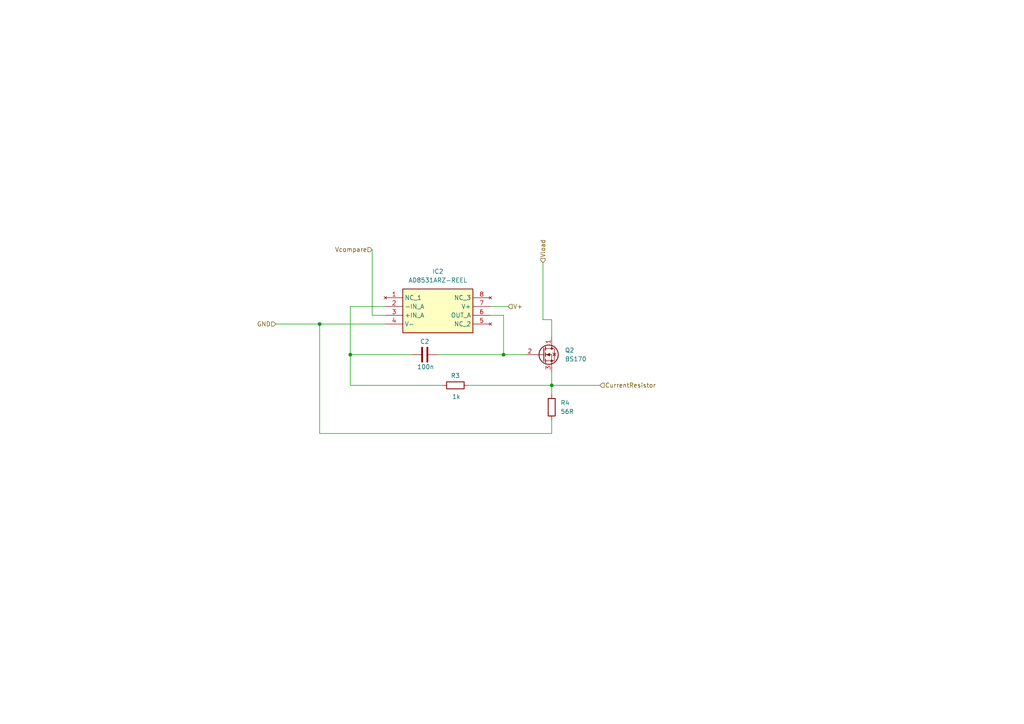
<source format=kicad_sch>
(kicad_sch (version 20250114) (generator "eeschema") (generator_version "9.0")
  (paper "A4")
  (lib_symbols
    (symbol "AD8531ARZ-REEL:AD8531ARZ-REEL"
      (property "Reference" "IC" (at 26.67 7.62 0))
      (property "Value" "AD8531ARZ-REEL" (at 26.67 5.08 0))
      (symbol "AD8531ARZ-REEL_1_1"
        (rectangle (start 5.08 2.54) (end 25.4 -10.16) (stroke (width 0.254)) (fill (type background)))
        (pin no_connect line (at 0 0 0) (length 5.08) (name "NC_1") (number "1"))
        (pin input line (at 0 -2.54 0) (length 5.08) (name "-IN_A") (number "2"))
        (pin input line (at 0 -5.08 0) (length 5.08) (name "+IN_A") (number "3"))
        (pin power_in line (at 0 -7.62 0) (length 5.08) (name "V-") (number "4"))
        (pin no_connect line (at 30.48 0 180) (length 5.08) (name "NC_3") (number "8"))
        (pin power_in line (at 30.48 -2.54 180) (length 5.08) (name "V+") (number "7"))
        (pin output line (at 30.48 -5.08 180) (length 5.08) (name "OUT_A") (number "6"))
        (pin no_connect line (at 30.48 -7.62 180) (length 5.08) (name "NC_2") (number "5"))
      )
    )
    (symbol "Device:C" (pin_numbers (hide yes)) (pin_names (offset 0.254))
      (property "Reference" "C" (at 0.635 2.54 0))
      (property "Value" "C" (at 0.635 -2.54 0))
      (symbol "C_0_1"
        (polyline (pts (xy -2.032 0.762) (xy 2.032 0.762)) (stroke (width 0.508)))
        (polyline (pts (xy -2.032 -0.762) (xy 2.032 -0.762)) (stroke (width 0.508)))
      )
      (symbol "C_1_1"
        (pin passive line (at 0 3.81 270) (length 2.794) (name "~") (number "1"))
        (pin passive line (at 0 -3.81 90) (length 2.794) (name "~") (number "2"))
      )
    )
    (symbol "Device:R" (pin_numbers (hide yes)) (pin_names (offset 0))
      (property "Reference" "R" (at 2.032 0 90))
      (property "Value" "R" (at 0 0 90))
      (symbol "R_0_1"
        (rectangle (start -1.016 -2.54) (end 1.016 2.54) (stroke (width 0.254)))
      )
      (symbol "R_1_1"
        (pin passive line (at 0 3.81 270) (length 1.27) (name "~") (number "1"))
        (pin passive line (at 0 -3.81 90) (length 1.27) (name "~") (number "2"))
      )
    )
    (symbol "Transistor_FET:BS170" (pin_names (hide yes))
      (property "Reference" "Q" (at 5.08 1.905 0))
      (property "Value" "BS170" (at 5.08 0 0))
      (symbol "BS170_0_1"
        (polyline (pts (xy 0.254 1.905) (xy 0.254 -1.905)) (stroke (width 0.254)))
        (polyline (pts (xy 0.254 0) (xy -2.54 0)))
        (polyline (pts (xy 0.762 2.286) (xy 0.762 1.27)) (stroke (width 0.254)))
        (polyline (pts (xy 0.762 0.508) (xy 0.762 -0.508)) (stroke (width 0.254)))
        (polyline (pts (xy 0.762 -1.27) (xy 0.762 -2.286)) (stroke (width 0.254)))
        (polyline (pts (xy 0.762 -1.778) (xy 3.302 -1.778) (xy 3.302 1.778) (xy 0.762 1.778)))
        (polyline (pts (xy 1.016 0) (xy 2.032 0.381) (xy 2.032 -0.381) (xy 1.016 0)) (fill (type outline)))
        (circle (center 1.651 0) (radius 2.794) (stroke (width 0.254)))
        (polyline (pts (xy 2.54 2.54) (xy 2.54 1.778)))
        (circle (center 2.54 1.778) (radius 0.254) (fill (type outline)))
        (circle (center 2.54 -1.778) (radius 0.254) (fill (type outline)))
        (polyline (pts (xy 2.54 -2.54) (xy 2.54 0) (xy 0.762 0)))
        (polyline (pts (xy 2.794 0.508) (xy 2.921 0.381) (xy 3.683 0.381) (xy 3.81 0.254)))
        (polyline (pts (xy 3.302 0.381) (xy 2.921 -0.254) (xy 3.683 -0.254) (xy 3.302 0.381)))
      )
      (symbol "BS170_1_1"
        (pin input line (at -5.08 0 0) (length 2.54) (name "G") (number "2"))
        (pin passive line (at 2.54 5.08 270) (length 2.54) (name "D") (number "1"))
        (pin passive line (at 2.54 -5.08 90) (length 2.54) (name "S") (number "3"))
      )
    )
  )
  (junction (at 160.02 111.76))
  (junction (at 146.05 102.87))
  (junction (at 92.71 93.98))
  (junction (at 101.6 102.87))
  (wire (pts (xy 101.6 111.76) (xy 128.27 111.76)))
  (wire (pts (xy 111.76 88.9) (xy 101.6 88.9)))
  (wire (pts (xy 157.48 92.71) (xy 160.02 92.71)))
  (wire (pts (xy 142.24 88.9) (xy 147.32 88.9)))
  (wire (pts (xy 107.95 91.44) (xy 107.95 72.39)))
  (wire (pts (xy 160.02 92.71) (xy 160.02 97.79)))
  (wire (pts (xy 160.02 114.3) (xy 160.02 111.76)))
  (wire (pts (xy 127 102.87) (xy 146.05 102.87)))
  (wire (pts (xy 101.6 88.9) (xy 101.6 102.87)))
  (wire (pts (xy 160.02 107.95) (xy 160.02 111.76)))
  (wire (pts (xy 157.48 76.2) (xy 157.48 92.71)))
  (wire (pts (xy 142.24 91.44) (xy 146.05 91.44)))
  (wire (pts (xy 111.76 91.44) (xy 107.95 91.44)))
  (wire (pts (xy 101.6 102.87) (xy 101.6 111.76)))
  (wire (pts (xy 160.02 125.73) (xy 92.71 125.73)))
  (wire (pts (xy 146.05 102.87) (xy 152.4 102.87)))
  (wire (pts (xy 173.99 111.76) (xy 160.02 111.76)))
  (wire (pts (xy 160.02 121.92) (xy 160.02 125.73)))
  (wire (pts (xy 92.71 125.73) (xy 92.71 93.98)))
  (wire (pts (xy 92.71 93.98) (xy 111.76 93.98)))
  (wire (pts (xy 92.71 93.98) (xy 80.01 93.98)))
  (wire (pts (xy 135.89 111.76) (xy 160.02 111.76)))
  (wire (pts (xy 146.05 91.44) (xy 146.05 102.87)))
  (wire (pts (xy 101.6 102.87) (xy 119.38 102.87)))
  (hierarchical_label "Vload" (shape input) (at 157.48 76.2 90))
  (hierarchical_label "CurrentResistor" (shape input) (at 173.99 111.76 0))
  (hierarchical_label "GND" (shape input) (at 80.01 93.98 180))
  (hierarchical_label "Vcompare" (shape input) (at 107.95 72.39 180))
  (hierarchical_label "V+" (shape input) (at 147.32 88.9 0))
  (symbol (lib_id "Device:C") (at 123.19 102.87 90) (unit 1)
    (property "Reference" "C2" (at 123.19 99.06 90))
    (property "Value" "100n" (at 123.444 106.426 90))
    (property "Footprint" "Capacitor_SMD:C_1210_3225Metric_Pad1.33x2.70mm_HandSolder" (effects (hide yes)))
    (property "Description" "Unpolarized capacitor" (effects (hide yes)))
  )
  (symbol (lib_id "AD8531ARZ-REEL:AD8531ARZ-REEL") (at 111.76 86.36 0) (unit 1)
    (property "Reference" "IC2" (at 127 78.74 0))
    (property "Value" "AD8531ARZ-REEL" (at 127 81.28 0))
    (property "Footprint" "Package_SO:SOIC-8_3.9x4.9mm_P1.27mm" (effects (hide yes)))
    (property "Datasheet" "https://www.analog.com/AD8531/datasheet" (effects (hide yes)))
    (property "Description" "250 mA Output, Low Cost, Single-Supply Amplifier" (effects (hide yes)))
    (property "Height" "1.75" (effects (hide yes)))
    (property "Mouser Part Number" "584-AD8531ARZ-R" (effects (hide yes)))
    (property "Mouser Price/Stock" "https://www.mouser.co.uk/ProductDetail/Analog-Devices/AD8531ARZ-REEL?qs=%2FtpEQrCGXCyCyVbrdDIVlg%3D%3D" (effects (hide yes)))
    (property "Manufacturer_Name" "Analog Devices" (effects (hide yes)))
    (property "Manufacturer_Part_Number" "AD8531ARZ-REEL" (effects (hide yes)))
  )
  (symbol (lib_id "Device:R") (at 160.02 118.11 0) (unit 1)
    (property "Reference" "R4" (at 162.56 116.8399 0) (effects (justify left)))
    (property "Value" "56R" (at 162.56 119.3799 0) (effects (justify left)))
    (property "Footprint" "Resistor_SMD:R_2010_5025Metric_Pad1.40x2.65mm_HandSolder" (effects (hide yes)))
    (property "Description" "Resistor" (effects (hide yes)))
  )
  (symbol (lib_id "Transistor_FET:BS170") (at 157.48 102.87 0) (unit 1)
    (property "Reference" "Q2" (at 163.83 101.5999 0) (effects (justify left)))
    (property "Value" "BS170" (at 163.83 104.1399 0) (effects (justify left)))
    (property "Footprint" "Package_TO_SOT_SMD:SOT-23_Handsoldering" (effects (hide yes)))
    (property "Datasheet" "https://www.onsemi.com/pub/Collateral/BS170-D.PDF" (effects (hide yes)))
    (property "Description" "0.5A Id, 60V Vds, N-Channel MOSFET, TO-92" (effects (hide yes)))
  )
  (symbol (lib_id "Device:R") (at 132.08 111.76 90) (unit 1)
    (property "Reference" "R3" (at 132.08 108.966 90))
    (property "Value" "1k" (at 132.334 115.062 90))
    (property "Footprint" "Resistor_SMD:R_2010_5025Metric_Pad1.40x2.65mm_HandSolder" (effects (hide yes)))
    (property "Description" "Resistor" (effects (hide yes)))
  )
)
</source>
